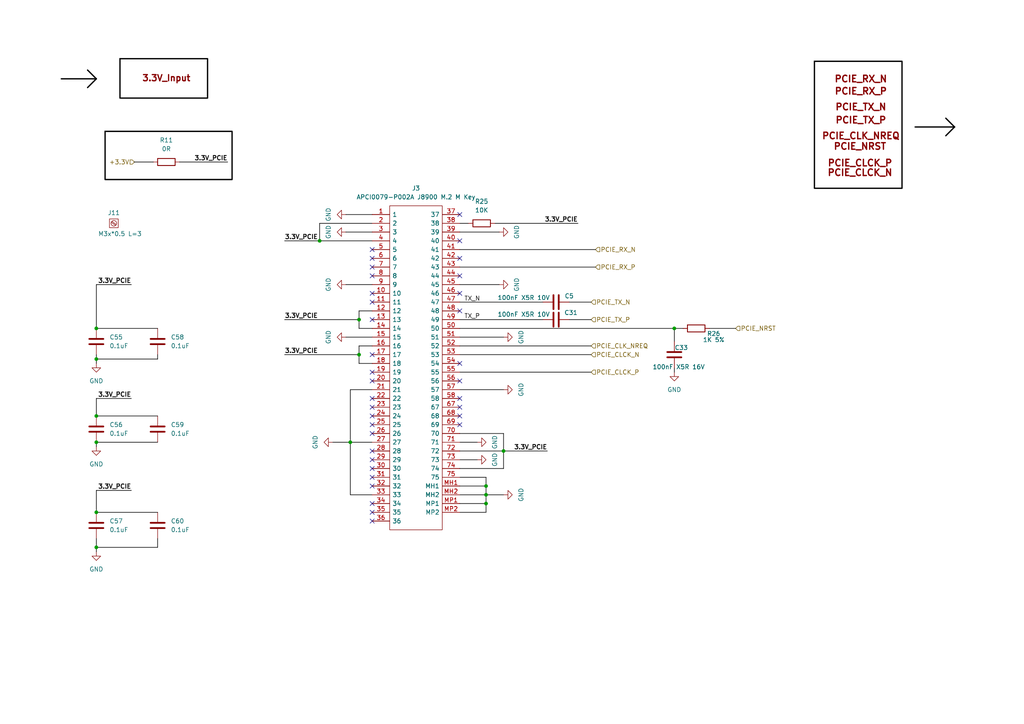
<source format=kicad_sch>
(kicad_sch (version 20231120) (generator "eeschema") (generator_version "8.0")
  (paper "A4")
  (lib_symbols
    (symbol "1-2199230-6:1-2199230-6" (pin_names (offset 0.762))
      (property "Reference" "J" (at 21.59 7.62 0))
      (property "Value" "1-2199230-6" (at 21.59 5.08 0))
      (symbol "1-2199230-6_0_0"
        (pin passive line (at 0 0 0) (length 5.08) (name "1") (number "1"))
        (pin passive line (at 0 -22.86 0) (length 5.08) (name "10") (number "10"))
        (pin passive line (at 0 -25.4 0) (length 5.08) (name "11") (number "11"))
        (pin passive line (at 0 -27.94 0) (length 5.08) (name "12") (number "12"))
        (pin passive line (at 0 -30.48 0) (length 5.08) (name "13") (number "13"))
        (pin passive line (at 0 -33.02 0) (length 5.08) (name "14") (number "14"))
        (pin passive line (at 0 -35.56 0) (length 5.08) (name "15") (number "15"))
        (pin passive line (at 0 -38.1 0) (length 5.08) (name "16") (number "16"))
        (pin passive line (at 0 -40.64 0) (length 5.08) (name "17") (number "17"))
        (pin passive line (at 0 -43.18 0) (length 5.08) (name "18") (number "18"))
        (pin passive line (at 0 -45.72 0) (length 5.08) (name "19") (number "19"))
        (pin passive line (at 0 -2.54 0) (length 5.08) (name "2") (number "2"))
        (pin passive line (at 0 -48.26 0) (length 5.08) (name "20") (number "20"))
        (pin passive line (at 0 -50.8 0) (length 5.08) (name "21") (number "21"))
        (pin passive line (at 0 -53.34 0) (length 5.08) (name "22") (number "22"))
        (pin passive line (at 0 -55.88 0) (length 5.08) (name "23") (number "23"))
        (pin passive line (at 0 -58.42 0) (length 5.08) (name "24") (number "24"))
        (pin passive line (at 0 -60.96 0) (length 5.08) (name "25") (number "25"))
        (pin passive line (at 0 -63.5 0) (length 5.08) (name "26") (number "26"))
        (pin passive line (at 0 -66.04 0) (length 5.08) (name "27") (number "27"))
        (pin passive line (at 0 -68.58 0) (length 5.08) (name "28") (number "28"))
        (pin passive line (at 0 -71.12 0) (length 5.08) (name "29") (number "29"))
        (pin passive line (at 0 -5.08 0) (length 5.08) (name "3") (number "3"))
        (pin passive line (at 0 -73.66 0) (length 5.08) (name "30") (number "30"))
        (pin passive line (at 0 -76.2 0) (length 5.08) (name "31") (number "31"))
        (pin passive line (at 0 -78.74 0) (length 5.08) (name "32") (number "32"))
        (pin passive line (at 0 -81.28 0) (length 5.08) (name "33") (number "33"))
        (pin passive line (at 0 -83.82 0) (length 5.08) (name "34") (number "34"))
        (pin passive line (at 0 -86.36 0) (length 5.08) (name "35") (number "35"))
        (pin passive line (at 0 -88.9 0) (length 5.08) (name "36") (number "36"))
        (pin passive line (at 25.4 0 180) (length 5.08) (name "37") (number "37"))
        (pin passive line (at 25.4 -2.54 180) (length 5.08) (name "38") (number "38"))
        (pin passive line (at 25.4 -5.08 180) (length 5.08) (name "39") (number "39"))
        (pin passive line (at 0 -7.62 0) (length 5.08) (name "4") (number "4"))
        (pin passive line (at 25.4 -7.62 180) (length 5.08) (name "40") (number "40"))
        (pin passive line (at 25.4 -10.16 180) (length 5.08) (name "41") (number "41"))
        (pin passive line (at 25.4 -12.7 180) (length 5.08) (name "42") (number "42"))
        (pin passive line (at 25.4 -15.24 180) (length 5.08) (name "43") (number "43"))
        (pin passive line (at 25.4 -17.78 180) (length 5.08) (name "44") (number "44"))
        (pin passive line (at 25.4 -20.32 180) (length 5.08) (name "45") (number "45"))
        (pin passive line (at 25.4 -22.86 180) (length 5.08) (name "46") (number "46"))
        (pin passive line (at 25.4 -25.4 180) (length 5.08) (name "47") (number "47"))
        (pin passive line (at 25.4 -27.94 180) (length 5.08) (name "48") (number "48"))
        (pin passive line (at 25.4 -30.48 180) (length 5.08) (name "49") (number "49"))
        (pin passive line (at 0 -10.16 0) (length 5.08) (name "5") (number "5"))
        (pin passive line (at 25.4 -33.02 180) (length 5.08) (name "50") (number "50"))
        (pin passive line (at 25.4 -35.56 180) (length 5.08) (name "51") (number "51"))
        (pin passive line (at 25.4 -38.1 180) (length 5.08) (name "52") (number "52"))
        (pin passive line (at 25.4 -40.64 180) (length 5.08) (name "53") (number "53"))
        (pin passive line (at 25.4 -43.18 180) (length 5.08) (name "54") (number "54"))
        (pin passive line (at 25.4 -45.72 180) (length 5.08) (name "55") (number "55"))
        (pin passive line (at 25.4 -48.26 180) (length 5.08) (name "56") (number "56"))
        (pin passive line (at 25.4 -50.8 180) (length 5.08) (name "57") (number "57"))
        (pin passive line (at 25.4 -53.34 180) (length 5.08) (name "58") (number "58"))
        (pin passive line (at 0 -12.7 0) (length 5.08) (name "6") (number "6"))
        (pin passive line (at 25.4 -55.88 180) (length 5.08) (name "67") (number "67"))
        (pin passive line (at 25.4 -58.42 180) (length 5.08) (name "68") (number "68"))
        (pin passive line (at 25.4 -60.96 180) (length 5.08) (name "69") (number "69"))
        (pin passive line (at 0 -15.24 0) (length 5.08) (name "7") (number "7"))
        (pin passive line (at 25.4 -63.5 180) (length 5.08) (name "70") (number "70"))
        (pin passive line (at 25.4 -66.04 180) (length 5.08) (name "71") (number "71"))
        (pin passive line (at 25.4 -68.58 180) (length 5.08) (name "72") (number "72"))
        (pin passive line (at 25.4 -71.12 180) (length 5.08) (name "73") (number "73"))
        (pin passive line (at 25.4 -73.66 180) (length 5.08) (name "74") (number "74"))
        (pin passive line (at 25.4 -76.2 180) (length 5.08) (name "75") (number "75"))
        (pin passive line (at 0 -17.78 0) (length 5.08) (name "8") (number "8"))
        (pin passive line (at 0 -20.32 0) (length 5.08) (name "9") (number "9"))
        (pin passive line (at 25.4 -78.74 180) (length 5.08) (name "MH1") (number "MH1"))
        (pin passive line (at 25.4 -81.28 180) (length 5.08) (name "MH2") (number "MH2"))
        (pin passive line (at 25.4 -83.82 180) (length 5.08) (name "MP1") (number "MP1"))
        (pin passive line (at 25.4 -86.36 180) (length 5.08) (name "MP2") (number "MP2"))
      )
      (symbol "1-2199230-6_0_1"
        (polyline (pts (xy 5.08 2.54) (xy 20.32 2.54) (xy 20.32 -91.44) (xy 5.08 -91.44) (xy 5.08 2.54)) (stroke (width 0.1524)))
      )
    )
    (symbol "Device:C" (pin_numbers hide) (pin_names (offset 0.254))
      (property "Reference" "C" (at 0.635 2.54 0))
      (property "Value" "C" (at 0.635 -2.54 0))
      (symbol "C_0_1"
        (polyline (pts (xy -2.032 -0.762) (xy 2.032 -0.762)) (stroke (width 0.508)))
        (polyline (pts (xy -2.032 0.762) (xy 2.032 0.762)) (stroke (width 0.508)))
      )
      (symbol "C_1_1"
        (pin passive line (at 0 3.81 270) (length 2.794) (name "~") (number "1"))
        (pin passive line (at 0 -3.81 90) (length 2.794) (name "~") (number "2"))
      )
    )
    (symbol "Device:R" (pin_numbers hide) (pin_names (offset 0))
      (property "Reference" "R" (at 2.032 0 90))
      (property "Value" "R" (at 0 0 90))
      (symbol "R_0_1"
        (rectangle (start -1.016 -2.54) (end 1.016 2.54) (stroke (width 0.254)))
      )
      (symbol "R_1_1"
        (pin passive line (at 0 3.81 270) (length 1.27) (name "~") (number "1"))
        (pin passive line (at 0 -3.81 90) (length 1.27) (name "~") (number "2"))
      )
    )
    (symbol "Via:via"
      (property "Reference" "J11" (at 0 -0.508 0))
      (property "Value" "M3x*0.5 L=3" (at -1.778 5.588 0))
      (symbol "via_0_1"
        (rectangle (start -1.27 3.81) (end 1.27 1.27))
        (polyline (pts (xy -0.6485 2.8629) (xy 0.5802 1.9868)))
        (polyline (pts (xy -0.4437 3.1019) (xy 0.7281 2.2599)))
        (circle (center 0 2.54) (radius 0.8106))
      )
    )
    (symbol "power:GND" (power) (pin_names (offset 0))
      (property "Value" "GND" (at 0 -3.81 0))
      (symbol "GND_0_1"
        (polyline (pts (xy 0 0) (xy 0 -1.27) (xy 1.27 -1.27) (xy 0 -2.54) (xy -1.27 -1.27) (xy 0 -1.27)))
      )
      (symbol "GND_1_1"
        (pin power_in line (at 0 0 270) (length 0) hide (name "GND") (number "1"))
      )
    )
  )
  (junction (at 27.94 128.27))
  (junction (at 146.05 130.81))
  (junction (at 140.97 143.51))
  (junction (at 27.94 158.75))
  (junction (at 101.6 128.27))
  (junction (at 140.97 140.97))
  (junction (at 27.94 104.14))
  (junction (at 27.94 148.59))
  (junction (at 140.97 146.05))
  (junction (at 195.58 95.25))
  (junction (at 92.71 69.85))
  (junction (at 104.14 92.71))
  (junction (at 27.94 120.65))
  (junction (at 104.14 102.87))
  (junction (at 27.94 95.25))
  (no_connect (at 107.95 102.87))
  (no_connect (at 107.95 151.13))
  (no_connect (at 107.95 133.35))
  (no_connect (at 133.35 120.65))
  (no_connect (at 107.95 138.43))
  (no_connect (at 107.95 77.47))
  (no_connect (at 107.95 87.63))
  (no_connect (at 133.35 80.01))
  (no_connect (at 107.95 118.11))
  (no_connect (at 133.35 115.57))
  (no_connect (at 133.35 123.19))
  (no_connect (at 107.95 125.73))
  (no_connect (at 107.95 110.49))
  (no_connect (at 133.35 90.17))
  (no_connect (at 107.95 148.59))
  (no_connect (at 107.95 72.39))
  (no_connect (at 107.95 107.95))
  (no_connect (at 107.95 115.57))
  (no_connect (at 133.35 62.23))
  (no_connect (at 107.95 123.19))
  (no_connect (at 133.35 110.49))
  (no_connect (at 107.95 135.89))
  (no_connect (at 107.95 130.81))
  (no_connect (at 107.95 120.65))
  (no_connect (at 107.95 74.93))
  (no_connect (at 133.35 85.09))
  (no_connect (at 133.35 118.11))
  (no_connect (at 107.95 80.01))
  (no_connect (at 133.35 105.41))
  (no_connect (at 107.95 92.71))
  (no_connect (at 107.95 140.97))
  (no_connect (at 133.35 69.85))
  (no_connect (at 107.95 146.05))
  (no_connect (at 107.95 85.09))
  (no_connect (at 133.35 74.93))
  (wire (pts (xy 171.45 87.63) (xy 165.1 87.63)) (stroke (width 0.1778) (color 0 0 0 1)))
  (wire (pts (xy 140.97 148.59) (xy 140.97 146.05)) (stroke (width 0.1778) (color 0 0 0 1)))
  (polyline (pts (xy 274.32 34.29) (xy 276.86 36.83)) (stroke (width 0.381) (color 0 0 0 1)))
  (wire (pts (xy 38.1 82.55) (xy 27.94 82.55)) (stroke (width 0.1778) (color 0 0 0 1)))
  (polyline (pts (xy 27.94 22.86) (xy 25.4 25.4)) (stroke (width 0.381) (color 0 0 0 1)))
  (wire (pts (xy 171.45 92.71) (xy 165.1 92.71)) (stroke (width 0.1778) (color 0 0 0 1)))
  (wire (pts (xy 38.9828 46.99) (xy 38.9828 47.0017)) (stroke (width 0.1778) (color 0 0 0 1)))
  (wire (pts (xy 101.6 113.03) (xy 107.95 113.03)) (stroke (width 0.1778) (color 0 0 0 1)))
  (wire (pts (xy 104.14 100.33) (xy 104.14 102.87)) (stroke (width 0.1778) (color 0 0 0 1)))
  (wire (pts (xy 143.51 64.77) (xy 167.64 64.77)) (stroke (width 0.1778) (color 0 0 0 1)))
  (wire (pts (xy 171.45 107.95) (xy 133.35 107.95)) (stroke (width 0.1778) (color 0 0 0 1)))
  (wire (pts (xy 107.95 97.79) (xy 100.33 97.79)) (stroke (width 0.1778) (color 0 0 0 1)))
  (polyline (pts (xy 25.4 20.32) (xy 27.94 22.86)) (stroke (width 0.381) (color 0 0 0 1)))
  (wire (pts (xy 171.45 100.33) (xy 133.35 100.33)) (stroke (width 0.1778) (color 0 0 0 1)))
  (wire (pts (xy 133.35 113.03) (xy 146.05 113.03)) (stroke (width 0.1778) (color 0 0 0 1)))
  (wire (pts (xy 66.04 46.99) (xy 52.07 46.99)) (stroke (width 0.1778) (color 0 0 0 1)))
  (wire (pts (xy 82.55 69.85) (xy 92.71 69.85)) (stroke (width 0.1778) (color 0 0 0 1)))
  (wire (pts (xy 27.94 160.02) (xy 27.94 158.75)) (stroke (width 0.1778) (color 0 0 0 1)))
  (wire (pts (xy 133.35 130.81) (xy 146.05 130.81)) (stroke (width 0.1778) (color 0 0 0 1)))
  (wire (pts (xy 27.94 95.25) (xy 45.72 95.25)) (stroke (width 0.1778) (color 0 0 0 1)))
  (wire (pts (xy 104.14 105.41) (xy 107.95 105.41)) (stroke (width 0.1778) (color 0 0 0 1)))
  (wire (pts (xy 101.6 128.27) (xy 101.6 113.03)) (stroke (width 0.1778) (color 0 0 0 1)))
  (polyline (pts (xy 276.86 36.83) (xy 274.32 39.37)) (stroke (width 0.381) (color 0 0 0 1)))
  (wire (pts (xy 133.35 67.31) (xy 144.78 67.31)) (stroke (width 0.1778) (color 0 0 0 1)))
  (wire (pts (xy 205.74 95.25) (xy 213.36 95.25)) (stroke (width 0.1778) (color 0 0 0 1)))
  (wire (pts (xy 107.95 62.23) (xy 100.33 62.23)) (stroke (width 0.1778) (color 0 0 0 1)))
  (wire (pts (xy 96.52 128.27) (xy 101.6 128.27)) (stroke (width 0.1778) (color 0 0 0 1)))
  (wire (pts (xy 107.95 143.51) (xy 101.6 143.51)) (stroke (width 0.1778) (color 0 0 0 1)))
  (wire (pts (xy 146.05 125.73) (xy 146.05 130.81)) (stroke (width 0.1778) (color 0 0 0 1)))
  (wire (pts (xy 133.35 140.97) (xy 140.97 140.97)) (stroke (width 0.1778) (color 0 0 0 1)))
  (wire (pts (xy 82.55 92.71) (xy 104.14 92.71)) (stroke (width 0.1778) (color 0 0 0 1)))
  (wire (pts (xy 92.71 69.85) (xy 107.95 69.85)) (stroke (width 0.1778) (color 0 0 0 1)))
  (wire (pts (xy 38.1 115.57) (xy 27.94 115.57)) (stroke (width 0.1778) (color 0 0 0 1)))
  (wire (pts (xy 27.94 158.75) (xy 27.94 156.21)) (stroke (width 0.1778) (color 0 0 0 1)))
  (wire (pts (xy 195.58 95.25) (xy 195.58 99.06)) (stroke (width 0.1778) (color 0 0 0 1)))
  (wire (pts (xy 44.45 46.99) (xy 38.9828 46.99)) (stroke (width 0.1778) (color 0 0 0 1)))
  (wire (pts (xy 107.95 64.77) (xy 92.71 64.77)) (stroke (width 0.1778) (color 0 0 0 1)))
  (wire (pts (xy 100.33 67.31) (xy 107.95 67.31)) (stroke (width 0.1778) (color 0 0 0 1)))
  (wire (pts (xy 27.94 142.24) (xy 27.94 148.59)) (stroke (width 0.1778) (color 0 0 0 1)))
  (wire (pts (xy 27.94 129.54) (xy 27.94 128.27)) (stroke (width 0.1778) (color 0 0 0 1)))
  (wire (pts (xy 133.35 125.73) (xy 146.05 125.73)) (stroke (width 0.1778) (color 0 0 0 1)))
  (wire (pts (xy 27.94 102.87) (xy 27.94 104.14)) (stroke (width 0.1778) (color 0 0 0 1)))
  (wire (pts (xy 27.94 115.57) (xy 27.94 120.65)) (stroke (width 0.1778) (color 0 0 0 1)))
  (wire (pts (xy 104.14 92.71) (xy 104.14 95.25)) (stroke (width 0.1778) (color 0 0 0 1)))
  (wire (pts (xy 27.94 104.14) (xy 27.94 105.41)) (stroke (width 0.1778) (color 0 0 0 1)))
  (wire (pts (xy 92.71 64.77) (xy 92.71 69.85)) (stroke (width 0.1778) (color 0 0 0 1)))
  (wire (pts (xy 140.97 146.05) (xy 140.97 143.51)) (stroke (width 0.1778) (color 0 0 0 1)))
  (wire (pts (xy 146.05 143.51) (xy 140.97 143.51)) (stroke (width 0.1778) (color 0 0 0 1)))
  (wire (pts (xy 38.1 142.24) (xy 27.94 142.24)) (stroke (width 0.1778) (color 0 0 0 1)))
  (wire (pts (xy 133.35 82.55) (xy 144.78 82.55)) (stroke (width 0.1778) (color 0 0 0 1)))
  (wire (pts (xy 104.14 102.87) (xy 104.14 105.41)) (stroke (width 0.1778) (color 0 0 0 1)))
  (wire (pts (xy 107.95 100.33) (xy 104.14 100.33)) (stroke (width 0.1778) (color 0 0 0 1)))
  (wire (pts (xy 27.94 104.14) (xy 45.72 104.14)) (stroke (width 0.1778) (color 0 0 0 1)))
  (wire (pts (xy 140.97 140.97) (xy 140.97 138.43)) (stroke (width 0.1778) (color 0 0 0 1)))
  (wire (pts (xy 133.35 128.27) (xy 138.43 128.27)) (stroke (width 0.1778) (color 0 0 0 1)))
  (wire (pts (xy 133.35 135.89) (xy 146.05 135.89)) (stroke (width 0.1778) (color 0 0 0 1)))
  (polyline (pts (xy 276.86 36.83) (xy 265.43 36.83)) (stroke (width 0.381) (color 0 0 0 1)))
  (wire (pts (xy 27.94 158.75) (xy 45.72 158.75)) (stroke (width 0.1778) (color 0 0 0 1)))
  (wire (pts (xy 195.58 107.95) (xy 195.58 106.68)) (stroke (width 0.1778) (color 0 0 0 1)))
  (wire (pts (xy 133.35 146.05) (xy 140.97 146.05)) (stroke (width 0.1778) (color 0 0 0 1)))
  (wire (pts (xy 195.58 95.25) (xy 133.35 95.25)) (stroke (width 0.1778) (color 0 0 0 1)))
  (polyline (pts (xy 27.94 22.86) (xy 17.78 22.86)) (stroke (width 0.381) (color 0 0 0 1)))
  (wire (pts (xy 104.14 90.17) (xy 104.14 92.71)) (stroke (width 0.1778) (color 0 0 0 1)))
  (wire (pts (xy 133.35 138.43) (xy 140.97 138.43)) (stroke (width 0.1778) (color 0 0 0 1)))
  (wire (pts (xy 157.48 92.71) (xy 133.35 92.71)) (stroke (width 0.1778) (color 0 0 0 1)))
  (wire (pts (xy 82.55 102.87) (xy 104.14 102.87)) (stroke (width 0.1778) (color 0 0 0 1)))
  (wire (pts (xy 133.35 64.77) (xy 135.89 64.77)) (stroke (width 0.1778) (color 0 0 0 1)))
  (wire (pts (xy 146.05 130.81) (xy 158.75 130.81)) (stroke (width 0.1778) (color 0 0 0 1)))
  (wire (pts (xy 100.33 82.55) (xy 107.95 82.55)) (stroke (width 0.1778) (color 0 0 0 1)))
  (wire (pts (xy 107.95 128.27) (xy 101.6 128.27)) (stroke (width 0.1778) (color 0 0 0 1)))
  (wire (pts (xy 171.45 102.87) (xy 133.35 102.87)) (stroke (width 0.1778) (color 0 0 0 1)))
  (wire (pts (xy 27.94 82.55) (xy 27.94 95.25)) (stroke (width 0.1778) (color 0 0 0 1)))
  (wire (pts (xy 133.35 143.51) (xy 140.97 143.51)) (stroke (width 0.1778) (color 0 0 0 1)))
  (wire (pts (xy 45.72 156.21) (xy 45.72 158.75)) (stroke (width 0.1778) (color 0 0 0 1)))
  (wire (pts (xy 27.94 120.65) (xy 45.72 120.65)) (stroke (width 0.1778) (color 0 0 0 1)))
  (wire (pts (xy 27.94 148.59) (xy 45.72 148.59)) (stroke (width 0.1778) (color 0 0 0 1)))
  (wire (pts (xy 157.48 87.63) (xy 133.35 87.63)) (stroke (width 0.1778) (color 0 0 0 1)))
  (wire (pts (xy 140.97 140.97) (xy 140.97 143.51)) (stroke (width 0.1778) (color 0 0 0 1)))
  (wire (pts (xy 146.05 130.81) (xy 146.05 135.89)) (stroke (width 0.1778) (color 0 0 0 1)))
  (wire (pts (xy 45.72 102.87) (xy 45.72 104.14)) (stroke (width 0.1778) (color 0 0 0 1)))
  (wire (pts (xy 104.14 90.17) (xy 107.95 90.17)) (stroke (width 0.1778) (color 0 0 0 1)))
  (wire (pts (xy 172.72 77.47) (xy 133.35 77.47)) (stroke (width 0.1778) (color 0 0 0 1)))
  (wire (pts (xy 104.14 95.25) (xy 107.95 95.25)) (stroke (width 0.1778) (color 0 0 0 1)))
  (wire (pts (xy 172.72 72.39) (xy 133.35 72.39)) (stroke (width 0.1778) (color 0 0 0 1)))
  (wire (pts (xy 133.35 148.59) (xy 140.97 148.59)) (stroke (width 0.1778) (color 0 0 0 1)))
  (wire (pts (xy 101.6 143.51) (xy 101.6 128.27)) (stroke (width 0.1778) (color 0 0 0 1)))
  (wire (pts (xy 133.35 97.79) (xy 146.05 97.79)) (stroke (width 0.1778) (color 0 0 0 1)))
  (wire (pts (xy 133.35 133.35) (xy 138.43 133.35)) (stroke (width 0.1778) (color 0 0 0 1)))
  (wire (pts (xy 27.94 128.27) (xy 45.72 128.27)) (stroke (width 0.1778) (color 0 0 0 1)))
  (wire (pts (xy 198.12 95.25) (xy 195.58 95.25)) (stroke (width 0.1778) (color 0 0 0 1)))
  (rectangle (start 236.22 17.78) (end 261.62 54.61) (stroke (width 0.381) (color 0 0 0 1)))
  (rectangle (start 34.798 17.018) (end 60.198 28.448) (stroke (width 0.381) (color 0 0 0 1)))
  (rectangle (start 30.48 38.1) (end 67.31 52.07) (stroke (width 0.381) (color 0 0 0 1)))
  (text "PCIE_CLCK_N" (at 249.428 50.292 0) (effects (font (size 1.905 1.905) (thickness 0.381) (bold yes))))
  (text "PCIE_CLCK_P" (at 249.428 47.498 0) (effects (font (size 1.905 1.905) (thickness 0.381) (bold yes))))
  (text "PCIE_RX_P" (at 249.682 26.67 0) (effects (font (size 1.905 1.905) (thickness 0.381) (bold yes))))
  (text "PCIE_CLK_NREQ" (at 249.682 39.624 0) (effects (font (size 1.905 1.905) (thickness 0.381) (bold yes))))
  (text "PCIE_TX_P" (at 249.682 35.052 0) (effects (font (size 1.905 1.905) (thickness 0.381) (bold yes))))
  (text "PCIE_NRST" (at 249.428 42.672 0) (effects (font (size 1.905 1.905) (thickness 0.381) (bold yes))))
  (text "PCIE_RX_N" (at 249.682 23.114 0) (effects (font (size 1.905 1.905) (thickness 0.381) (bold yes))))
  (text "PCIE_TX_N" (at 249.682 31.242 0) (effects (font (size 1.905 1.905) (thickness 0.381) (bold yes))))
  (text "3.3V_Input\n" (at 48.26 22.86 0) (effects (font (size 1.778 1.778) (bold yes))))
  (label "3.3V_PCIE" (at 38.1 82.55 180) (effects (font (bold yes))))
  (label "3.3V_PCIE" (at 38.1 142.24 180) (effects (font (bold yes))))
  (label "3.3V_PCIE" (at 167.64 64.77 180) (effects (font (bold yes))))
  (label "TX_N" (at 134.62 87.63 0))
  (label "TX_P" (at 134.62 92.71 0))
  (label "3.3V_PCIE" (at 38.1 115.57 180) (effects (font (bold yes))))
  (label "3.3V_PCIE" (at 66.04 46.99 180) (effects (font (bold yes))))
  (label "3.3V_PCIE" (at 82.55 69.85 0) (effects (font (bold yes))))
  (label "3.3V_PCIE" (at 82.55 92.71 0) (effects (font (bold yes))))
  (label "3.3V_PCIE" (at 82.55 102.87 0) (effects (font (bold yes))))
  (label "3.3V_PCIE" (at 158.75 130.81 180) (effects (font (bold yes))))
  (hierarchical_label "PCIE_NRST" (shape input) (at 213.36 95.25 0))
  (hierarchical_label "+3.3V" (shape input) (at 38.9828 47.0017 180))
  (hierarchical_label "PCIE_CLK_NREQ" (shape input) (at 171.45 100.33 0))
  (hierarchical_label "PCIE_RX_P" (shape input) (at 172.72 77.47 0))
  (hierarchical_label "PCIE_CLCK_P" (shape input) (at 171.45 107.95 0))
  (hierarchical_label "PCIE_RX_N" (shape input) (at 172.72 72.39 0))
  (hierarchical_label "PCIE_TX_P" (shape input) (at 171.45 92.71 0))
  (hierarchical_label "PCIE_CLCK_N" (shape input) (at 171.45 102.87 0))
  (hierarchical_label "PCIE_TX_N" (shape input) (at 171.45 87.63 0))
  (symbol (lib_id "Device:R") (at 201.93 95.25 90) (unit 1)
    (property "Reference" "R26" (at 207.01 96.774 90))
    (property "Value" "1K 5%" (at 207.01 98.552 90))
    (property "Footprint" "Resistor_SMD:R_0402_1005Metric" (effects (hide yes)))
    (property "Description" "Resistor" (effects (hide yes)))
  )
  (symbol (lib_id "Device:R") (at 139.7 64.77 90) (unit 1)
    (property "Reference" "R25" (at 139.7 58.4317 90))
    (property "Value" "10K" (at 139.7 60.9717 90))
    (property "Footprint" "Resistor_SMD:R_0603_1608Metric" (effects (hide yes)))
    (property "Description" "Resistor" (effects (hide yes)))
  )
  (symbol (lib_id "Via:via") (at 33.02 62.23 180) (unit 1)
    (property "Reference" "J11" (at 33.02 61.722 0))
    (property "Value" "M3x*0.5 L=3" (at 34.798 67.818 0))
    (property "Footprint" "Cam_Tracker_V3.1:Screw_terminal_shinbo" (effects (hide yes)))
    (property "MPN" "M3x*0.5 L=3" (effects (hide yes)))
  )
  (symbol (lib_id "power:GND") (at 146.05 97.79 90) (unit 1)
    (property "Reference" "#PWR055" (effects (hide yes)))
    (property "Value" "GND" (at 151.13 97.79 0))
  )
  (symbol (lib_id "power:GND") (at 27.94 105.41 0) (unit 1)
    (property "Reference" "#PWR0184" (effects (hide yes)))
    (property "Value" "GND" (at 27.94 110.49 0))
  )
  (symbol (lib_id "Device:C") (at 45.72 152.4 0) (unit 1)
    (property "Reference" "C60" (at 49.53 151.1299 0) (effects (justify left)))
    (property "Value" "0.1uF" (at 49.53 153.6699 0) (effects (justify left)))
    (property "Footprint" "Capacitor_SMD:C_0603_1608Metric" (effects (hide yes)))
  )
  (symbol (lib_id "Device:C") (at 195.58 102.87 180) (unit 1)
    (property "Reference" "C33" (at 197.612 100.838 0))
    (property "Value" "100nF X5R 16V" (at 196.85 106.426 0))
    (property "Footprint" "Capacitor_SMD:C_0603_1608Metric" (effects (hide yes)))
  )
  (symbol (lib_id "Device:C") (at 161.29 92.71 90) (unit 1)
    (property "Reference" "C31" (at 165.608 90.678 90))
    (property "Value" "100nF X5R 10V" (at 151.892 91.186 90))
    (property "Footprint" "Capacitor_SMD:C_0603_1608Metric" (effects (hide yes)))
  )
  (symbol (lib_id "power:GND") (at 144.78 67.31 90) (unit 1)
    (property "Reference" "#PWR057" (effects (hide yes)))
    (property "Value" "GND" (at 149.86 67.31 0))
  )
  (symbol (lib_id "power:GND") (at 27.94 160.02 0) (unit 1)
    (property "Reference" "#PWR0182" (effects (hide yes)))
    (property "Value" "GND" (at 27.94 165.1 0))
  )
  (symbol (lib_id "power:GND") (at 27.94 129.54 0) (unit 1)
    (property "Reference" "#PWR0183" (effects (hide yes)))
    (property "Value" "GND" (at 27.94 134.62 0))
  )
  (symbol (lib_id "power:GND") (at 100.33 62.23 270) (unit 1)
    (property "Reference" "#PWR040" (effects (hide yes)))
    (property "Value" "GND" (at 95.25 62.23 0))
  )
  (symbol (lib_id "power:GND") (at 146.05 143.51 90) (unit 1)
    (property "Reference" "#PWR036" (effects (hide yes)))
    (property "Value" "GND" (at 151.13 143.51 0))
  )
  (symbol (lib_id "power:GND") (at 146.05 113.03 90) (unit 1)
    (property "Reference" "#PWR037" (effects (hide yes)))
    (property "Value" "GND" (at 151.13 113.03 0))
  )
  (symbol (lib_id "power:GND") (at 138.43 128.27 90) (unit 1)
    (property "Reference" "#PWR052" (effects (hide yes)))
    (property "Value" "GND" (at 143.51 128.27 0))
  )
  (symbol (lib_id "power:GND") (at 138.43 133.35 90) (unit 1)
    (property "Reference" "#PWR013" (effects (hide yes)))
    (property "Value" "GND" (at 143.51 133.35 0))
  )
  (symbol (lib_id "power:GND") (at 195.58 107.95 0) (unit 1)
    (property "Reference" "#PWR012" (effects (hide yes)))
    (property "Value" "GND" (at 195.58 113.03 0))
  )
  (symbol (lib_id "power:GND") (at 144.78 82.55 90) (unit 1)
    (property "Reference" "#PWR056" (effects (hide yes)))
    (property "Value" "GND" (at 149.86 82.55 0))
  )
  (symbol (lib_id "Device:C") (at 45.72 124.46 0) (unit 1)
    (property "Reference" "C59" (at 49.53 123.1899 0) (effects (justify left)))
    (property "Value" "0.1uF" (at 49.53 125.7299 0) (effects (justify left)))
    (property "Footprint" "Capacitor_SMD:C_0603_1608Metric" (effects (hide yes)))
  )
  (symbol (lib_id "power:GND") (at 100.33 97.79 270) (unit 1)
    (property "Reference" "#PWR04" (effects (hide yes)))
    (property "Value" "GND" (at 95.25 97.79 0))
  )
  (symbol (lib_id "1-2199230-6:1-2199230-6") (at 107.95 62.23 0) (unit 1)
    (property "Reference" "J3" (at 120.65 54.61 0))
    (property "Value" "APCI0079-P002A J8900 M.2 M Key" (at 120.65 57.15 0))
    (property "Footprint" "Cam_Tracker_V3.1:121992306" (effects (hide yes)))
    (property "Datasheet" "https://datasheet.lcsc.com/lcsc/2011231734_LOTES-APCI0079-P002A_C841651.pdf" (effects (hide yes)))
    (property "Description" "PCI Express / PCI Connectors M.2 0.5PITCH 4.2H KEY M 30U AU" (effects (hide yes)))
    (property "Height" "4.2" (effects (hide yes)))
    (property "Manufacturer_Name" "TE Connectivity" (effects (hide yes)))
    (property "Manufacturer_Part_Number" "1-2199230-6" (effects (hide yes)))
    (property "Mouser Part Number" "571-1-2199230-6" (effects (hide yes)))
    (property "Mouser Price/Stock" "https://www.mouser.co.uk/ProductDetail/TE-Connectivity/1-2199230-6?qs=N0TJGnUfxCALyAe4Cgc7ng%3D%3D" (effects (hide yes)))
    (property "Arrow Part Number" "1-2199230-6" (effects (hide yes)))
    (property "Arrow Price/Stock" "https://www.arrow.com/en/products/1-2199230-6/te-connectivity?region=nac" (effects (hide yes)))
    (property "Link" "https://www.lcsc.com/product-detail/Card-Edge-Connectors_TE-Connectivity-1-2199230-6_C4710843.html" (effects (hide yes)))
    (property "MPN" "1-2199230-6" (effects (hide yes)))
  )
  (symbol (lib_id "Device:C") (at 45.72 99.06 0) (unit 1)
    (property "Reference" "C58" (at 49.53 97.7899 0) (effects (justify left)))
    (property "Value" "0.1uF" (at 49.53 100.3299 0) (effects (justify left)))
    (property "Footprint" "Capacitor_SMD:C_0603_1608Metric" (effects (hide yes)))
  )
  (symbol (lib_id "power:GND") (at 100.33 82.55 270) (unit 1)
    (property "Reference" "#PWR039" (effects (hide yes)))
    (property "Value" "GND" (at 95.25 82.55 0))
  )
  (symbol (lib_id "Device:C") (at 161.29 87.63 90) (unit 1)
    (property "Reference" "C5" (at 165.1 85.852 90))
    (property "Value" "100nF X5R 10V" (at 151.892 86.36 90))
    (property "Footprint" "Capacitor_SMD:C_0603_1608Metric" (effects (hide yes)))
  )
  (symbol (lib_id "Device:C") (at 27.94 124.46 0) (unit 1)
    (property "Reference" "C56" (at 31.75 123.1899 0) (effects (justify left)))
    (property "Value" "0.1uF" (at 31.75 125.7299 0) (effects (justify left)))
    (property "Footprint" "Capacitor_SMD:C_0603_1608Metric" (effects (hide yes)))
  )
  (symbol (lib_id "power:GND") (at 96.52 128.27 270) (unit 1)
    (property "Reference" "#PWR038" (effects (hide yes)))
    (property "Value" "GND" (at 91.44 128.27 0))
  )
  (symbol (lib_id "Device:C") (at 27.94 152.4 0) (unit 1)
    (property "Reference" "C57" (at 31.75 151.1299 0) (effects (justify left)))
    (property "Value" "0.1uF" (at 31.75 153.6699 0) (effects (justify left)))
    (property "Footprint" "Capacitor_SMD:C_0603_1608Metric" (effects (hide yes)))
  )
  (symbol (lib_id "power:GND") (at 100.33 67.31 270) (unit 1)
    (property "Reference" "#PWR07" (effects (hide yes)))
    (property "Value" "GND" (at 95.25 67.31 0))
  )
  (symbol (lib_id "Device:R") (at 48.26 46.99 90) (unit 1)
    (property "Reference" "R11" (at 48.26 40.6517 90))
    (property "Value" "0R" (at 48.26 43.1917 90))
    (property "Footprint" "Resistor_SMD:R_0603_1608Metric" (effects (hide yes)))
    (property "Description" "Resistor" (effects (hide yes)))
  )
  (symbol (lib_id "Device:C") (at 27.94 99.06 0) (unit 1)
    (property "Reference" "C55" (at 31.75 97.7899 0) (effects (justify left)))
    (property "Value" "0.1uF" (at 31.75 100.3299 0) (effects (justify left)))
    (property "Footprint" "Capacitor_SMD:C_0603_1608Metric" (effects (hide yes)))
  )
)
</source>
